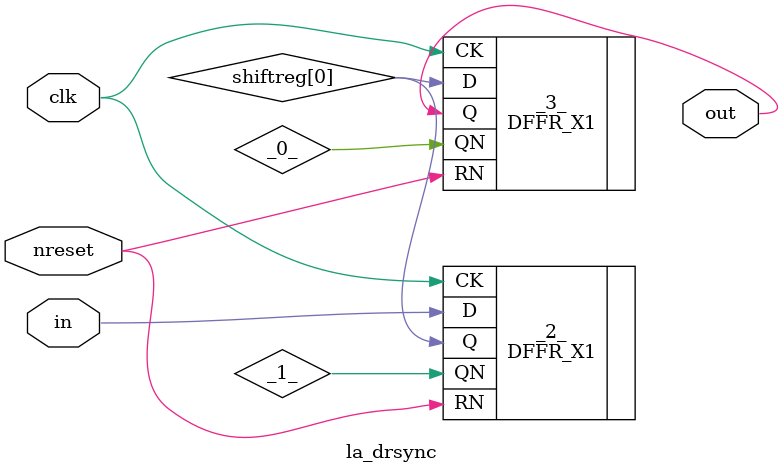
<source format=v>

/* Generated by Yosys 0.37 (git sha1 a5c7f69ed, clang 14.0.0-1ubuntu1.1 -fPIC -Os) */

module la_drsync(clk, in, nreset, out);
  wire _0_;
  wire _1_;
  input clk;
  wire clk;
  input in;
  wire in;
  input nreset;
  wire nreset;
  output out;
  wire out;
  wire \shiftreg[0] ;
  DFFR_X1 _2_ (
    .CK(clk),
    .D(in),
    .Q(\shiftreg[0] ),
    .QN(_1_),
    .RN(nreset)
  );
  DFFR_X1 _3_ (
    .CK(clk),
    .D(\shiftreg[0] ),
    .Q(out),
    .QN(_0_),
    .RN(nreset)
  );
endmodule

</source>
